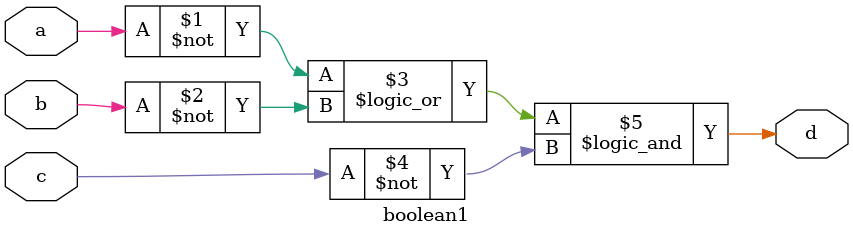
<source format=v>
`timescale 1ns / 1ps

module boolean1(
    input a,
    input b,
    input c,
    output d
    );
assign d = ((~a)||(~b))&&(~c);
endmodule

</source>
